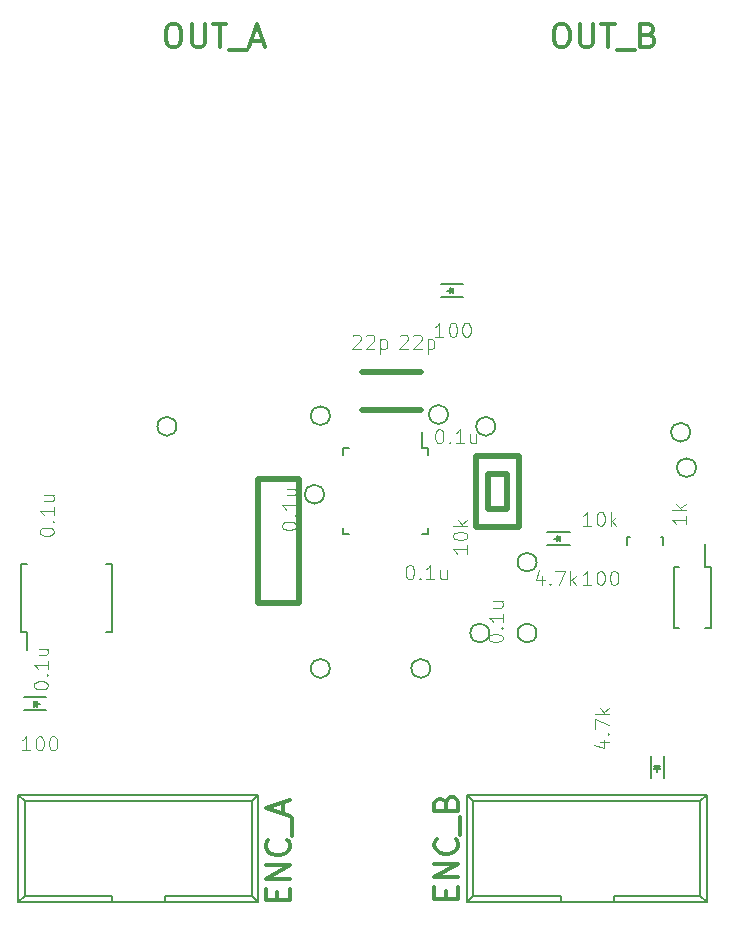
<source format=gbr>
G04 #@! TF.FileFunction,Legend,Top*
%FSLAX46Y46*%
G04 Gerber Fmt 4.6, Leading zero omitted, Abs format (unit mm)*
G04 Created by KiCad (PCBNEW 4.0.5) date 02/09/17 17:45:46*
%MOMM*%
%LPD*%
G01*
G04 APERTURE LIST*
%ADD10C,0.100000*%
%ADD11C,0.300000*%
%ADD12C,0.150000*%
%ADD13C,0.500000*%
%ADD14C,0.200000*%
%ADD15C,0.101600*%
G04 APERTURE END LIST*
D10*
D11*
X47607143Y-74488096D02*
X47607143Y-73821429D01*
X48654762Y-73535715D02*
X48654762Y-74488096D01*
X46654762Y-74488096D01*
X46654762Y-73535715D01*
X48654762Y-72678572D02*
X46654762Y-72678572D01*
X48654762Y-71535714D01*
X46654762Y-71535714D01*
X48464286Y-69440476D02*
X48559524Y-69535714D01*
X48654762Y-69821429D01*
X48654762Y-70011905D01*
X48559524Y-70297619D01*
X48369048Y-70488095D01*
X48178571Y-70583334D01*
X47797619Y-70678572D01*
X47511905Y-70678572D01*
X47130952Y-70583334D01*
X46940476Y-70488095D01*
X46750000Y-70297619D01*
X46654762Y-70011905D01*
X46654762Y-69821429D01*
X46750000Y-69535714D01*
X46845238Y-69440476D01*
X48845238Y-69059524D02*
X48845238Y-67535714D01*
X47607143Y-66392857D02*
X47702381Y-66107143D01*
X47797619Y-66011904D01*
X47988095Y-65916666D01*
X48273810Y-65916666D01*
X48464286Y-66011904D01*
X48559524Y-66107143D01*
X48654762Y-66297619D01*
X48654762Y-67059524D01*
X46654762Y-67059524D01*
X46654762Y-66392857D01*
X46750000Y-66202381D01*
X46845238Y-66107143D01*
X47035714Y-66011904D01*
X47226190Y-66011904D01*
X47416667Y-66107143D01*
X47511905Y-66202381D01*
X47607143Y-66392857D01*
X47607143Y-67059524D01*
X33357143Y-74595239D02*
X33357143Y-73928572D01*
X34404762Y-73642858D02*
X34404762Y-74595239D01*
X32404762Y-74595239D01*
X32404762Y-73642858D01*
X34404762Y-72785715D02*
X32404762Y-72785715D01*
X34404762Y-71642857D01*
X32404762Y-71642857D01*
X34214286Y-69547619D02*
X34309524Y-69642857D01*
X34404762Y-69928572D01*
X34404762Y-70119048D01*
X34309524Y-70404762D01*
X34119048Y-70595238D01*
X33928571Y-70690477D01*
X33547619Y-70785715D01*
X33261905Y-70785715D01*
X32880952Y-70690477D01*
X32690476Y-70595238D01*
X32500000Y-70404762D01*
X32404762Y-70119048D01*
X32404762Y-69928572D01*
X32500000Y-69642857D01*
X32595238Y-69547619D01*
X34595238Y-69166667D02*
X34595238Y-67642857D01*
X33833333Y-67261905D02*
X33833333Y-66309524D01*
X34404762Y-67452381D02*
X32404762Y-66785714D01*
X34404762Y-66119047D01*
X57238095Y-404762D02*
X57619047Y-404762D01*
X57809523Y-500000D01*
X58000000Y-690476D01*
X58095238Y-1071429D01*
X58095238Y-1738095D01*
X58000000Y-2119048D01*
X57809523Y-2309524D01*
X57619047Y-2404762D01*
X57238095Y-2404762D01*
X57047619Y-2309524D01*
X56857142Y-2119048D01*
X56761904Y-1738095D01*
X56761904Y-1071429D01*
X56857142Y-690476D01*
X57047619Y-500000D01*
X57238095Y-404762D01*
X58952380Y-404762D02*
X58952380Y-2023810D01*
X59047619Y-2214286D01*
X59142857Y-2309524D01*
X59333333Y-2404762D01*
X59714285Y-2404762D01*
X59904761Y-2309524D01*
X60000000Y-2214286D01*
X60095238Y-2023810D01*
X60095238Y-404762D01*
X60761904Y-404762D02*
X61904761Y-404762D01*
X61333333Y-2404762D02*
X61333333Y-404762D01*
X62095238Y-2595238D02*
X63619048Y-2595238D01*
X64761905Y-1357143D02*
X65047619Y-1452381D01*
X65142858Y-1547619D01*
X65238096Y-1738095D01*
X65238096Y-2023810D01*
X65142858Y-2214286D01*
X65047619Y-2309524D01*
X64857143Y-2404762D01*
X64095238Y-2404762D01*
X64095238Y-404762D01*
X64761905Y-404762D01*
X64952381Y-500000D01*
X65047619Y-595238D01*
X65142858Y-785714D01*
X65142858Y-976190D01*
X65047619Y-1166667D01*
X64952381Y-1261905D01*
X64761905Y-1357143D01*
X64095238Y-1357143D01*
X24380952Y-404762D02*
X24761904Y-404762D01*
X24952380Y-500000D01*
X25142857Y-690476D01*
X25238095Y-1071429D01*
X25238095Y-1738095D01*
X25142857Y-2119048D01*
X24952380Y-2309524D01*
X24761904Y-2404762D01*
X24380952Y-2404762D01*
X24190476Y-2309524D01*
X23999999Y-2119048D01*
X23904761Y-1738095D01*
X23904761Y-1071429D01*
X23999999Y-690476D01*
X24190476Y-500000D01*
X24380952Y-404762D01*
X26095237Y-404762D02*
X26095237Y-2023810D01*
X26190476Y-2214286D01*
X26285714Y-2309524D01*
X26476190Y-2404762D01*
X26857142Y-2404762D01*
X27047618Y-2309524D01*
X27142857Y-2214286D01*
X27238095Y-2023810D01*
X27238095Y-404762D01*
X27904761Y-404762D02*
X29047618Y-404762D01*
X28476190Y-2404762D02*
X28476190Y-404762D01*
X29238095Y-2595238D02*
X30761905Y-2595238D01*
X31142857Y-1833333D02*
X32095238Y-1833333D01*
X30952381Y-2404762D02*
X31619048Y-404762D01*
X32285715Y-2404762D01*
D12*
X49420000Y-65680000D02*
X69740000Y-65680000D01*
X49960000Y-66230000D02*
X69180000Y-66230000D01*
X49420000Y-74780000D02*
X69740000Y-74780000D01*
X49960000Y-74230000D02*
X57330000Y-74230000D01*
X61830000Y-74230000D02*
X69180000Y-74230000D01*
X57330000Y-74230000D02*
X57330000Y-74780000D01*
X61830000Y-74230000D02*
X61830000Y-74780000D01*
X49420000Y-65680000D02*
X49420000Y-74780000D01*
X49960000Y-66230000D02*
X49960000Y-74230000D01*
X69740000Y-65680000D02*
X69740000Y-74780000D01*
X69180000Y-66230000D02*
X69180000Y-74230000D01*
X49420000Y-65680000D02*
X49960000Y-66230000D01*
X69740000Y-65680000D02*
X69180000Y-66230000D01*
X49420000Y-74780000D02*
X49960000Y-74230000D01*
X69740000Y-74780000D02*
X69180000Y-74230000D01*
D13*
X35200000Y-39000000D02*
X31700000Y-39000000D01*
X35200000Y-49500000D02*
X35200000Y-39000000D01*
X31700000Y-49500000D02*
X31700000Y-39000000D01*
X31700000Y-49500000D02*
X35200000Y-49500000D01*
X45500000Y-29900000D02*
X40500000Y-29900000D01*
X40500000Y-33100000D02*
X45500000Y-33100000D01*
D12*
X63000180Y-44550800D02*
X63000180Y-43849760D01*
X63000180Y-43849760D02*
X63249100Y-43849760D01*
X65799160Y-43849760D02*
X65999820Y-43849760D01*
X65999820Y-43849760D02*
X65999820Y-44550800D01*
D14*
X67400000Y-46400000D02*
X66900000Y-46400000D01*
X66900000Y-46400000D02*
X66900000Y-51600000D01*
X66900000Y-51600000D02*
X67400000Y-51600000D01*
X69600000Y-46400000D02*
X70100000Y-46400000D01*
X70100000Y-46400000D02*
X70100000Y-51600000D01*
X70100000Y-51600000D02*
X69600000Y-51600000D01*
X69600000Y-44500000D02*
X69600000Y-46400000D01*
D12*
X46125000Y-36375000D02*
X45600000Y-36375000D01*
X46125000Y-43625000D02*
X45600000Y-43625000D01*
X38875000Y-43625000D02*
X39400000Y-43625000D01*
X38875000Y-36375000D02*
X39400000Y-36375000D01*
X46125000Y-36375000D02*
X46125000Y-36900000D01*
X38875000Y-36375000D02*
X38875000Y-36900000D01*
X38875000Y-43625000D02*
X38875000Y-43100000D01*
X46125000Y-43625000D02*
X46125000Y-43100000D01*
X45600000Y-36375000D02*
X45600000Y-35000000D01*
X11420000Y-65680000D02*
X31740000Y-65680000D01*
X11960000Y-66230000D02*
X31180000Y-66230000D01*
X11420000Y-74780000D02*
X31740000Y-74780000D01*
X11960000Y-74230000D02*
X19330000Y-74230000D01*
X23830000Y-74230000D02*
X31180000Y-74230000D01*
X19330000Y-74230000D02*
X19330000Y-74780000D01*
X23830000Y-74230000D02*
X23830000Y-74780000D01*
X11420000Y-65680000D02*
X11420000Y-74780000D01*
X11960000Y-66230000D02*
X11960000Y-74230000D01*
X31740000Y-65680000D02*
X31740000Y-74780000D01*
X31180000Y-66230000D02*
X31180000Y-74230000D01*
X11420000Y-65680000D02*
X11960000Y-66230000D01*
X31740000Y-65680000D02*
X31180000Y-66230000D01*
X11420000Y-74780000D02*
X11960000Y-74230000D01*
X31740000Y-74780000D02*
X31180000Y-74230000D01*
D13*
X52800000Y-38500000D02*
X51200000Y-38500000D01*
X51200000Y-38500000D02*
X51200000Y-41500000D01*
X51200000Y-41500000D02*
X52800000Y-41500000D01*
X52800000Y-41500000D02*
X52800000Y-38500000D01*
X53800000Y-37000000D02*
X50200000Y-37000000D01*
X50200000Y-37000000D02*
X50200000Y-43000000D01*
X50200000Y-43000000D02*
X53800000Y-43000000D01*
X53800000Y-43000000D02*
X53800000Y-37000000D01*
D12*
X64950000Y-62400000D02*
X64950000Y-64300000D01*
X66050000Y-62400000D02*
X66050000Y-64300000D01*
X65500000Y-63300000D02*
X65500000Y-63750000D01*
X65750000Y-63250000D02*
X65250000Y-63250000D01*
X65500000Y-63250000D02*
X65750000Y-63500000D01*
X65750000Y-63500000D02*
X65250000Y-63500000D01*
X65250000Y-63500000D02*
X65500000Y-63250000D01*
X11900000Y-58550000D02*
X13800000Y-58550000D01*
X11900000Y-57450000D02*
X13800000Y-57450000D01*
X12800000Y-58000000D02*
X13250000Y-58000000D01*
X12750000Y-57750000D02*
X12750000Y-58250000D01*
X12750000Y-58000000D02*
X13000000Y-57750000D01*
X13000000Y-57750000D02*
X13000000Y-58250000D01*
X13000000Y-58250000D02*
X12750000Y-58000000D01*
X49100000Y-22450000D02*
X47200000Y-22450000D01*
X49100000Y-23550000D02*
X47200000Y-23550000D01*
X48200000Y-23000000D02*
X47750000Y-23000000D01*
X48250000Y-23250000D02*
X48250000Y-22750000D01*
X48250000Y-23000000D02*
X48000000Y-23250000D01*
X48000000Y-23250000D02*
X48000000Y-22750000D01*
X48000000Y-22750000D02*
X48250000Y-23000000D01*
X58100000Y-43450000D02*
X56200000Y-43450000D01*
X58100000Y-44550000D02*
X56200000Y-44550000D01*
X57200000Y-44000000D02*
X56750000Y-44000000D01*
X57250000Y-44250000D02*
X57250000Y-43750000D01*
X57250000Y-44000000D02*
X57000000Y-44250000D01*
X57000000Y-44250000D02*
X57000000Y-43750000D01*
X57000000Y-43750000D02*
X57250000Y-44000000D01*
X11675000Y-51875000D02*
X12125000Y-51875000D01*
X11675000Y-46125000D02*
X12125000Y-46125000D01*
X19325000Y-46125000D02*
X18875000Y-46125000D01*
X19325000Y-51875000D02*
X18875000Y-51875000D01*
X11675000Y-51875000D02*
X11675000Y-46125000D01*
X19325000Y-51875000D02*
X19325000Y-46125000D01*
X12125000Y-51875000D02*
X12125000Y-53475000D01*
X51303219Y-52000000D02*
G75*
G03X51303219Y-52000000I-803219J0D01*
G01*
X55303219Y-52000000D02*
G75*
G03X55303219Y-52000000I-803219J0D01*
G01*
X46303219Y-55000000D02*
G75*
G03X46303219Y-55000000I-803219J0D01*
G01*
X37803219Y-55000000D02*
G75*
G03X37803219Y-55000000I-803219J0D01*
G01*
X24803219Y-34500000D02*
G75*
G03X24803219Y-34500000I-803219J0D01*
G01*
X37803219Y-33600000D02*
G75*
G03X37803219Y-33600000I-803219J0D01*
G01*
X55303219Y-46000000D02*
G75*
G03X55303219Y-46000000I-803219J0D01*
G01*
X68303219Y-35000000D02*
G75*
G03X68303219Y-35000000I-803219J0D01*
G01*
X37303219Y-40250000D02*
G75*
G03X37303219Y-40250000I-803219J0D01*
G01*
X47803219Y-33500000D02*
G75*
G03X47803219Y-33500000I-803219J0D01*
G01*
X68803219Y-38000000D02*
G75*
G03X68803219Y-38000000I-803219J0D01*
G01*
X51803219Y-34500000D02*
G75*
G03X51803219Y-34500000I-803219J0D01*
G01*
D15*
X51236048Y-52482929D02*
X51236048Y-52368024D01*
X51293500Y-52253119D01*
X51350952Y-52195667D01*
X51465857Y-52138214D01*
X51695667Y-52080762D01*
X51982929Y-52080762D01*
X52212738Y-52138214D01*
X52327643Y-52195667D01*
X52385095Y-52253119D01*
X52442548Y-52368024D01*
X52442548Y-52482929D01*
X52385095Y-52597833D01*
X52327643Y-52655286D01*
X52212738Y-52712738D01*
X51982929Y-52770190D01*
X51695667Y-52770190D01*
X51465857Y-52712738D01*
X51350952Y-52655286D01*
X51293500Y-52597833D01*
X51236048Y-52482929D01*
X52327643Y-51563690D02*
X52385095Y-51506238D01*
X52442548Y-51563690D01*
X52385095Y-51621142D01*
X52327643Y-51563690D01*
X52442548Y-51563690D01*
X52442548Y-50357190D02*
X52442548Y-51046618D01*
X52442548Y-50701904D02*
X51236048Y-50701904D01*
X51408405Y-50816809D01*
X51523310Y-50931714D01*
X51580762Y-51046618D01*
X51638214Y-49323047D02*
X52442548Y-49323047D01*
X51638214Y-49840118D02*
X52270190Y-49840118D01*
X52385095Y-49782666D01*
X52442548Y-49667761D01*
X52442548Y-49495404D01*
X52385095Y-49380499D01*
X52327643Y-49323047D01*
X43729810Y-26850952D02*
X43787262Y-26793500D01*
X43902167Y-26736048D01*
X44189429Y-26736048D01*
X44304333Y-26793500D01*
X44361786Y-26850952D01*
X44419238Y-26965857D01*
X44419238Y-27080762D01*
X44361786Y-27253119D01*
X43672357Y-27942548D01*
X44419238Y-27942548D01*
X44878858Y-26850952D02*
X44936310Y-26793500D01*
X45051215Y-26736048D01*
X45338477Y-26736048D01*
X45453381Y-26793500D01*
X45510834Y-26850952D01*
X45568286Y-26965857D01*
X45568286Y-27080762D01*
X45510834Y-27253119D01*
X44821405Y-27942548D01*
X45568286Y-27942548D01*
X46085358Y-27138214D02*
X46085358Y-28344714D01*
X46085358Y-27195667D02*
X46200263Y-27138214D01*
X46430072Y-27138214D01*
X46544977Y-27195667D01*
X46602429Y-27253119D01*
X46659882Y-27368024D01*
X46659882Y-27712738D01*
X46602429Y-27827643D01*
X46544977Y-27885095D01*
X46430072Y-27942548D01*
X46200263Y-27942548D01*
X46085358Y-27885095D01*
X39729810Y-26850952D02*
X39787262Y-26793500D01*
X39902167Y-26736048D01*
X40189429Y-26736048D01*
X40304333Y-26793500D01*
X40361786Y-26850952D01*
X40419238Y-26965857D01*
X40419238Y-27080762D01*
X40361786Y-27253119D01*
X39672357Y-27942548D01*
X40419238Y-27942548D01*
X40878858Y-26850952D02*
X40936310Y-26793500D01*
X41051215Y-26736048D01*
X41338477Y-26736048D01*
X41453381Y-26793500D01*
X41510834Y-26850952D01*
X41568286Y-26965857D01*
X41568286Y-27080762D01*
X41510834Y-27253119D01*
X40821405Y-27942548D01*
X41568286Y-27942548D01*
X42085358Y-27138214D02*
X42085358Y-28344714D01*
X42085358Y-27195667D02*
X42200263Y-27138214D01*
X42430072Y-27138214D01*
X42544977Y-27195667D01*
X42602429Y-27253119D01*
X42659882Y-27368024D01*
X42659882Y-27712738D01*
X42602429Y-27827643D01*
X42544977Y-27885095D01*
X42430072Y-27942548D01*
X42200263Y-27942548D01*
X42085358Y-27885095D01*
X33736048Y-42982929D02*
X33736048Y-42868024D01*
X33793500Y-42753119D01*
X33850952Y-42695667D01*
X33965857Y-42638214D01*
X34195667Y-42580762D01*
X34482929Y-42580762D01*
X34712738Y-42638214D01*
X34827643Y-42695667D01*
X34885095Y-42753119D01*
X34942548Y-42868024D01*
X34942548Y-42982929D01*
X34885095Y-43097833D01*
X34827643Y-43155286D01*
X34712738Y-43212738D01*
X34482929Y-43270190D01*
X34195667Y-43270190D01*
X33965857Y-43212738D01*
X33850952Y-43155286D01*
X33793500Y-43097833D01*
X33736048Y-42982929D01*
X34827643Y-42063690D02*
X34885095Y-42006238D01*
X34942548Y-42063690D01*
X34885095Y-42121142D01*
X34827643Y-42063690D01*
X34942548Y-42063690D01*
X34942548Y-40857190D02*
X34942548Y-41546618D01*
X34942548Y-41201904D02*
X33736048Y-41201904D01*
X33908405Y-41316809D01*
X34023310Y-41431714D01*
X34080762Y-41546618D01*
X34138214Y-39823047D02*
X34942548Y-39823047D01*
X34138214Y-40340118D02*
X34770190Y-40340118D01*
X34885095Y-40282666D01*
X34942548Y-40167761D01*
X34942548Y-39995404D01*
X34885095Y-39880499D01*
X34827643Y-39823047D01*
X49442548Y-44580762D02*
X49442548Y-45270190D01*
X49442548Y-44925476D02*
X48236048Y-44925476D01*
X48408405Y-45040381D01*
X48523310Y-45155286D01*
X48580762Y-45270190D01*
X48236048Y-43833881D02*
X48236048Y-43718976D01*
X48293500Y-43604071D01*
X48350952Y-43546619D01*
X48465857Y-43489166D01*
X48695667Y-43431714D01*
X48982929Y-43431714D01*
X49212738Y-43489166D01*
X49327643Y-43546619D01*
X49385095Y-43604071D01*
X49442548Y-43718976D01*
X49442548Y-43833881D01*
X49385095Y-43948785D01*
X49327643Y-44006238D01*
X49212738Y-44063690D01*
X48982929Y-44121142D01*
X48695667Y-44121142D01*
X48465857Y-44063690D01*
X48350952Y-44006238D01*
X48293500Y-43948785D01*
X48236048Y-43833881D01*
X49442548Y-42914642D02*
X48236048Y-42914642D01*
X48982929Y-42799737D02*
X49442548Y-42455023D01*
X48638214Y-42455023D02*
X49097833Y-42914642D01*
X67942548Y-42080762D02*
X67942548Y-42770190D01*
X67942548Y-42425476D02*
X66736048Y-42425476D01*
X66908405Y-42540381D01*
X67023310Y-42655286D01*
X67080762Y-42770190D01*
X67942548Y-41563690D02*
X66736048Y-41563690D01*
X67482929Y-41448785D02*
X67942548Y-41104071D01*
X67138214Y-41104071D02*
X67597833Y-41563690D01*
X59919238Y-47942548D02*
X59229810Y-47942548D01*
X59574524Y-47942548D02*
X59574524Y-46736048D01*
X59459619Y-46908405D01*
X59344714Y-47023310D01*
X59229810Y-47080762D01*
X60666119Y-46736048D02*
X60781024Y-46736048D01*
X60895929Y-46793500D01*
X60953381Y-46850952D01*
X61010834Y-46965857D01*
X61068286Y-47195667D01*
X61068286Y-47482929D01*
X61010834Y-47712738D01*
X60953381Y-47827643D01*
X60895929Y-47885095D01*
X60781024Y-47942548D01*
X60666119Y-47942548D01*
X60551215Y-47885095D01*
X60493762Y-47827643D01*
X60436310Y-47712738D01*
X60378858Y-47482929D01*
X60378858Y-47195667D01*
X60436310Y-46965857D01*
X60493762Y-46850952D01*
X60551215Y-46793500D01*
X60666119Y-46736048D01*
X61815167Y-46736048D02*
X61930072Y-46736048D01*
X62044977Y-46793500D01*
X62102429Y-46850952D01*
X62159882Y-46965857D01*
X62217334Y-47195667D01*
X62217334Y-47482929D01*
X62159882Y-47712738D01*
X62102429Y-47827643D01*
X62044977Y-47885095D01*
X61930072Y-47942548D01*
X61815167Y-47942548D01*
X61700263Y-47885095D01*
X61642810Y-47827643D01*
X61585358Y-47712738D01*
X61527906Y-47482929D01*
X61527906Y-47195667D01*
X61585358Y-46965857D01*
X61642810Y-46850952D01*
X61700263Y-46793500D01*
X61815167Y-46736048D01*
X59919238Y-42942548D02*
X59229810Y-42942548D01*
X59574524Y-42942548D02*
X59574524Y-41736048D01*
X59459619Y-41908405D01*
X59344714Y-42023310D01*
X59229810Y-42080762D01*
X60666119Y-41736048D02*
X60781024Y-41736048D01*
X60895929Y-41793500D01*
X60953381Y-41850952D01*
X61010834Y-41965857D01*
X61068286Y-42195667D01*
X61068286Y-42482929D01*
X61010834Y-42712738D01*
X60953381Y-42827643D01*
X60895929Y-42885095D01*
X60781024Y-42942548D01*
X60666119Y-42942548D01*
X60551215Y-42885095D01*
X60493762Y-42827643D01*
X60436310Y-42712738D01*
X60378858Y-42482929D01*
X60378858Y-42195667D01*
X60436310Y-41965857D01*
X60493762Y-41850952D01*
X60551215Y-41793500D01*
X60666119Y-41736048D01*
X61585358Y-42942548D02*
X61585358Y-41736048D01*
X61700263Y-42482929D02*
X62044977Y-42942548D01*
X62044977Y-42138214D02*
X61585358Y-42597833D01*
X47017071Y-34736048D02*
X47131976Y-34736048D01*
X47246881Y-34793500D01*
X47304333Y-34850952D01*
X47361786Y-34965857D01*
X47419238Y-35195667D01*
X47419238Y-35482929D01*
X47361786Y-35712738D01*
X47304333Y-35827643D01*
X47246881Y-35885095D01*
X47131976Y-35942548D01*
X47017071Y-35942548D01*
X46902167Y-35885095D01*
X46844714Y-35827643D01*
X46787262Y-35712738D01*
X46729810Y-35482929D01*
X46729810Y-35195667D01*
X46787262Y-34965857D01*
X46844714Y-34850952D01*
X46902167Y-34793500D01*
X47017071Y-34736048D01*
X47936310Y-35827643D02*
X47993762Y-35885095D01*
X47936310Y-35942548D01*
X47878858Y-35885095D01*
X47936310Y-35827643D01*
X47936310Y-35942548D01*
X49142810Y-35942548D02*
X48453382Y-35942548D01*
X48798096Y-35942548D02*
X48798096Y-34736048D01*
X48683191Y-34908405D01*
X48568286Y-35023310D01*
X48453382Y-35080762D01*
X50176953Y-35138214D02*
X50176953Y-35942548D01*
X49659882Y-35138214D02*
X49659882Y-35770190D01*
X49717334Y-35885095D01*
X49832239Y-35942548D01*
X50004596Y-35942548D01*
X50119501Y-35885095D01*
X50176953Y-35827643D01*
X44517071Y-46236048D02*
X44631976Y-46236048D01*
X44746881Y-46293500D01*
X44804333Y-46350952D01*
X44861786Y-46465857D01*
X44919238Y-46695667D01*
X44919238Y-46982929D01*
X44861786Y-47212738D01*
X44804333Y-47327643D01*
X44746881Y-47385095D01*
X44631976Y-47442548D01*
X44517071Y-47442548D01*
X44402167Y-47385095D01*
X44344714Y-47327643D01*
X44287262Y-47212738D01*
X44229810Y-46982929D01*
X44229810Y-46695667D01*
X44287262Y-46465857D01*
X44344714Y-46350952D01*
X44402167Y-46293500D01*
X44517071Y-46236048D01*
X45436310Y-47327643D02*
X45493762Y-47385095D01*
X45436310Y-47442548D01*
X45378858Y-47385095D01*
X45436310Y-47327643D01*
X45436310Y-47442548D01*
X46642810Y-47442548D02*
X45953382Y-47442548D01*
X46298096Y-47442548D02*
X46298096Y-46236048D01*
X46183191Y-46408405D01*
X46068286Y-46523310D01*
X45953382Y-46580762D01*
X47676953Y-46638214D02*
X47676953Y-47442548D01*
X47159882Y-46638214D02*
X47159882Y-47270190D01*
X47217334Y-47385095D01*
X47332239Y-47442548D01*
X47504596Y-47442548D01*
X47619501Y-47385095D01*
X47676953Y-47327643D01*
X60638214Y-61195667D02*
X61442548Y-61195667D01*
X60178595Y-61482929D02*
X61040381Y-61770190D01*
X61040381Y-61023310D01*
X61327643Y-60563690D02*
X61385095Y-60506238D01*
X61442548Y-60563690D01*
X61385095Y-60621142D01*
X61327643Y-60563690D01*
X61442548Y-60563690D01*
X60236048Y-60104071D02*
X60236048Y-59299738D01*
X61442548Y-59816809D01*
X61442548Y-58840118D02*
X60236048Y-58840118D01*
X60982929Y-58725213D02*
X61442548Y-58380499D01*
X60638214Y-58380499D02*
X61097833Y-58840118D01*
X12419238Y-61942548D02*
X11729810Y-61942548D01*
X12074524Y-61942548D02*
X12074524Y-60736048D01*
X11959619Y-60908405D01*
X11844714Y-61023310D01*
X11729810Y-61080762D01*
X13166119Y-60736048D02*
X13281024Y-60736048D01*
X13395929Y-60793500D01*
X13453381Y-60850952D01*
X13510834Y-60965857D01*
X13568286Y-61195667D01*
X13568286Y-61482929D01*
X13510834Y-61712738D01*
X13453381Y-61827643D01*
X13395929Y-61885095D01*
X13281024Y-61942548D01*
X13166119Y-61942548D01*
X13051215Y-61885095D01*
X12993762Y-61827643D01*
X12936310Y-61712738D01*
X12878858Y-61482929D01*
X12878858Y-61195667D01*
X12936310Y-60965857D01*
X12993762Y-60850952D01*
X13051215Y-60793500D01*
X13166119Y-60736048D01*
X14315167Y-60736048D02*
X14430072Y-60736048D01*
X14544977Y-60793500D01*
X14602429Y-60850952D01*
X14659882Y-60965857D01*
X14717334Y-61195667D01*
X14717334Y-61482929D01*
X14659882Y-61712738D01*
X14602429Y-61827643D01*
X14544977Y-61885095D01*
X14430072Y-61942548D01*
X14315167Y-61942548D01*
X14200263Y-61885095D01*
X14142810Y-61827643D01*
X14085358Y-61712738D01*
X14027906Y-61482929D01*
X14027906Y-61195667D01*
X14085358Y-60965857D01*
X14142810Y-60850952D01*
X14200263Y-60793500D01*
X14315167Y-60736048D01*
X47419238Y-26942548D02*
X46729810Y-26942548D01*
X47074524Y-26942548D02*
X47074524Y-25736048D01*
X46959619Y-25908405D01*
X46844714Y-26023310D01*
X46729810Y-26080762D01*
X48166119Y-25736048D02*
X48281024Y-25736048D01*
X48395929Y-25793500D01*
X48453381Y-25850952D01*
X48510834Y-25965857D01*
X48568286Y-26195667D01*
X48568286Y-26482929D01*
X48510834Y-26712738D01*
X48453381Y-26827643D01*
X48395929Y-26885095D01*
X48281024Y-26942548D01*
X48166119Y-26942548D01*
X48051215Y-26885095D01*
X47993762Y-26827643D01*
X47936310Y-26712738D01*
X47878858Y-26482929D01*
X47878858Y-26195667D01*
X47936310Y-25965857D01*
X47993762Y-25850952D01*
X48051215Y-25793500D01*
X48166119Y-25736048D01*
X49315167Y-25736048D02*
X49430072Y-25736048D01*
X49544977Y-25793500D01*
X49602429Y-25850952D01*
X49659882Y-25965857D01*
X49717334Y-26195667D01*
X49717334Y-26482929D01*
X49659882Y-26712738D01*
X49602429Y-26827643D01*
X49544977Y-26885095D01*
X49430072Y-26942548D01*
X49315167Y-26942548D01*
X49200263Y-26885095D01*
X49142810Y-26827643D01*
X49085358Y-26712738D01*
X49027906Y-26482929D01*
X49027906Y-26195667D01*
X49085358Y-25965857D01*
X49142810Y-25850952D01*
X49200263Y-25793500D01*
X49315167Y-25736048D01*
X55804333Y-47138214D02*
X55804333Y-47942548D01*
X55517071Y-46678595D02*
X55229810Y-47540381D01*
X55976690Y-47540381D01*
X56436310Y-47827643D02*
X56493762Y-47885095D01*
X56436310Y-47942548D01*
X56378858Y-47885095D01*
X56436310Y-47827643D01*
X56436310Y-47942548D01*
X56895929Y-46736048D02*
X57700262Y-46736048D01*
X57183191Y-47942548D01*
X58159882Y-47942548D02*
X58159882Y-46736048D01*
X58274787Y-47482929D02*
X58619501Y-47942548D01*
X58619501Y-47138214D02*
X58159882Y-47597833D01*
X12736048Y-56482929D02*
X12736048Y-56368024D01*
X12793500Y-56253119D01*
X12850952Y-56195667D01*
X12965857Y-56138214D01*
X13195667Y-56080762D01*
X13482929Y-56080762D01*
X13712738Y-56138214D01*
X13827643Y-56195667D01*
X13885095Y-56253119D01*
X13942548Y-56368024D01*
X13942548Y-56482929D01*
X13885095Y-56597833D01*
X13827643Y-56655286D01*
X13712738Y-56712738D01*
X13482929Y-56770190D01*
X13195667Y-56770190D01*
X12965857Y-56712738D01*
X12850952Y-56655286D01*
X12793500Y-56597833D01*
X12736048Y-56482929D01*
X13827643Y-55563690D02*
X13885095Y-55506238D01*
X13942548Y-55563690D01*
X13885095Y-55621142D01*
X13827643Y-55563690D01*
X13942548Y-55563690D01*
X13942548Y-54357190D02*
X13942548Y-55046618D01*
X13942548Y-54701904D02*
X12736048Y-54701904D01*
X12908405Y-54816809D01*
X13023310Y-54931714D01*
X13080762Y-55046618D01*
X13138214Y-53323047D02*
X13942548Y-53323047D01*
X13138214Y-53840118D02*
X13770190Y-53840118D01*
X13885095Y-53782666D01*
X13942548Y-53667761D01*
X13942548Y-53495404D01*
X13885095Y-53380499D01*
X13827643Y-53323047D01*
X13236048Y-43482929D02*
X13236048Y-43368024D01*
X13293500Y-43253119D01*
X13350952Y-43195667D01*
X13465857Y-43138214D01*
X13695667Y-43080762D01*
X13982929Y-43080762D01*
X14212738Y-43138214D01*
X14327643Y-43195667D01*
X14385095Y-43253119D01*
X14442548Y-43368024D01*
X14442548Y-43482929D01*
X14385095Y-43597833D01*
X14327643Y-43655286D01*
X14212738Y-43712738D01*
X13982929Y-43770190D01*
X13695667Y-43770190D01*
X13465857Y-43712738D01*
X13350952Y-43655286D01*
X13293500Y-43597833D01*
X13236048Y-43482929D01*
X14327643Y-42563690D02*
X14385095Y-42506238D01*
X14442548Y-42563690D01*
X14385095Y-42621142D01*
X14327643Y-42563690D01*
X14442548Y-42563690D01*
X14442548Y-41357190D02*
X14442548Y-42046618D01*
X14442548Y-41701904D02*
X13236048Y-41701904D01*
X13408405Y-41816809D01*
X13523310Y-41931714D01*
X13580762Y-42046618D01*
X13638214Y-40323047D02*
X14442548Y-40323047D01*
X13638214Y-40840118D02*
X14270190Y-40840118D01*
X14385095Y-40782666D01*
X14442548Y-40667761D01*
X14442548Y-40495404D01*
X14385095Y-40380499D01*
X14327643Y-40323047D01*
M02*

</source>
